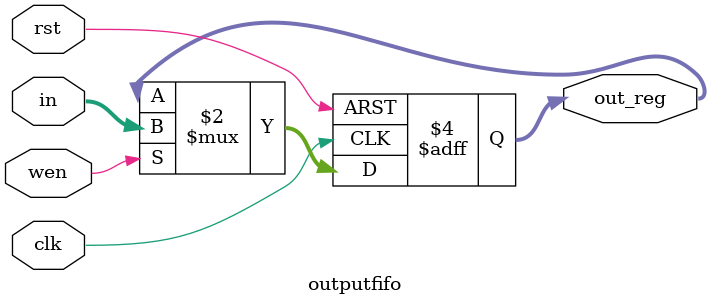
<source format=sv>
module outputfifo (
    input  logic clk,                  // Clock signal
    input  logic rst,                  // Active-high reset
    input  logic wen,                  // Write enable
    input  logic [511:0] in,      // 16 input signals, each 32-bit wide
    output logic [511:0] out_reg        // 256-bit registered output
);

    always_ff @(posedge clk or posedge rst) begin
        if (rst)
            out_reg <= '0;  // Reset the output to zero
        else if (wen)
            out_reg <= in;
    end
endmodule


</source>
